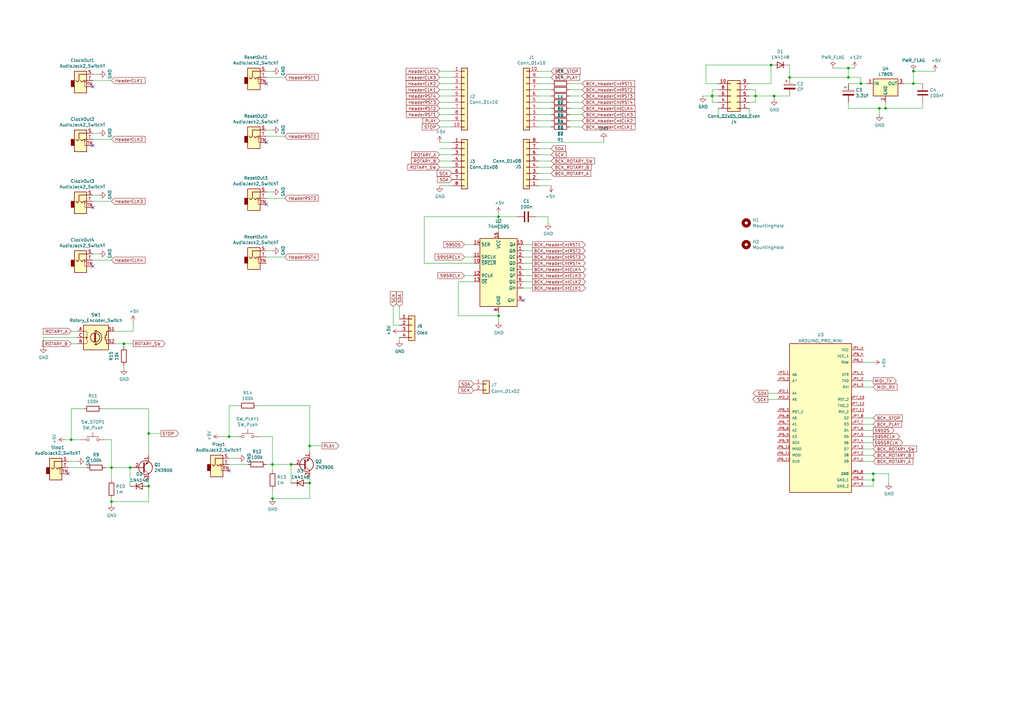
<source format=kicad_sch>
(kicad_sch (version 20211123) (generator eeschema)
  (paper "A3")
  (title_block (title "LittleBen") (date "2022-01-05") (rev "Rev 0.1") (company "www.Quinie.nl"))
  (lib_symbols
    (symbol "74xx:74HC595"
      (property "Reference" "U" (at -7.62 13.97 0))
      (property "Value" "74HC595" (at -7.62 -16.51 0))
      (symbol "74HC595_1_0"
        (pin tri_state line (at 10.16 7.62 180) (length 2.54) (name "QB") (number "1"))
        (pin input line (at -10.16 2.54 0) (length 2.54) (name "~{SRCLR}") (number "10"))
        (pin input line (at -10.16 5.08 0) (length 2.54) (name "SRCLK") (number "11"))
        (pin input line (at -10.16 -2.54 0) (length 2.54) (name "RCLK") (number "12"))
        (pin input line (at -10.16 -5.08 0) (length 2.54) (name "~{OE}") (number "13"))
        (pin input line (at -10.16 10.16 0) (length 2.54) (name "SER") (number "14"))
        (pin tri_state line (at 10.16 10.16 180) (length 2.54) (name "QA") (number "15"))
        (pin power_in line (at 0 15.24 270) (length 2.54) (name "VCC") (number "16"))
        (pin tri_state line (at 10.16 5.08 180) (length 2.54) (name "QC") (number "2"))
        (pin tri_state line (at 10.16 2.54 180) (length 2.54) (name "QD") (number "3"))
        (pin tri_state line (at 10.16 0 180) (length 2.54) (name "QE") (number "4"))
        (pin tri_state line (at 10.16 -2.54 180) (length 2.54) (name "QF") (number "5"))
        (pin tri_state line (at 10.16 -5.08 180) (length 2.54) (name "QG") (number "6"))
        (pin tri_state line (at 10.16 -7.62 180) (length 2.54) (name "QH") (number "7"))
        (pin power_in line (at 0 -17.78 90) (length 2.54) (name "GND") (number "8"))
        (pin output line (at 10.16 -12.7 180) (length 2.54) (name "QH'") (number "9"))
      )
    )
    (symbol "ArduinoProMini:ARDUINO_PRO_MINI" (pin_names (offset 1.016))
      (property "Reference" "U" (at -12.7 31.75 0))
      (property "Value" "ARDUINO_PRO_MINI" (at -12.7 -33.02 0))
      (symbol "ARDUINO_PRO_MINI_0_0"
        (pin input line (at 17.78 17.78 180) (length 5.08) (name "DTR") (number "JP1_1"))
        (pin bidirectional line (at 17.78 15.24 180) (length 5.08) (name "TXO") (number "JP1_2"))
        (pin bidirectional line (at 17.78 12.7 180) (length 5.08) (name "RXI") (number "JP1_3"))
        (pin power_in line (at 17.78 27.94 180) (length 5.08) (name "VCC") (number "JP1_4"))
        (pin power_in line (at 17.78 -22.86 180) (length 5.08) (name "GND") (number "JP1_5"))
        (pin power_in line (at 17.78 -22.86 180) (length 5.08) (name "GND") (number "JP1_6"))
        (pin bidirectional line (at -17.78 10.16 0) (length 5.08) (name "A4") (number "JP2_1"))
        (pin bidirectional line (at -17.78 7.62 0) (length 5.08) (name "A5") (number "JP2_2"))
        (pin input line (at -17.78 17.78 0) (length 5.08) (name "A6") (number "JP3_1"))
        (pin input line (at -17.78 15.24 0) (length 5.08) (name "A7") (number "JP3_2"))
        (pin power_in line (at 17.78 22.86 180) (length 5.08) (name "RAW") (number "JP6_1"))
        (pin bidirectional line (at -17.78 -12.7 0) (length 5.08) (name "MISO") (number "JP6_10"))
        (pin bidirectional line (at -17.78 -15.24 0) (length 5.08) (name "MOSI") (number "JP6_11"))
        (pin bidirectional line (at -17.78 -17.78 0) (length 5.08) (name "D10") (number "JP6_12"))
        (pin power_in line (at 17.78 -25.4 180) (length 5.08) (name "GND_1") (number "JP6_2"))
        (pin input line (at -17.78 2.54 0) (length 5.08) (name "RST_1") (number "JP6_3"))
        (pin power_in line (at 17.78 25.4 180) (length 5.08) (name "VCC_1") (number "JP6_4"))
        (pin bidirectional line (at -17.78 -7.62 0) (length 5.08) (name "A3") (number "JP6_5"))
        (pin bidirectional line (at -17.78 -5.08 0) (length 5.08) (name "A2") (number "JP6_6"))
        (pin bidirectional line (at -17.78 -2.54 0) (length 5.08) (name "A1") (number "JP6_7"))
        (pin bidirectional line (at -17.78 0 0) (length 5.08) (name "A0") (number "JP6_8"))
        (pin bidirectional line (at -17.78 -10.16 0) (length 5.08) (name "SCK") (number "JP6_9"))
        (pin bidirectional line (at 17.78 -17.78 180) (length 5.08) (name "D9") (number "JP7_1"))
        (pin input line (at 17.78 7.62 180) (length 5.08) (name "RST_2") (number "JP7_10"))
        (pin bidirectional line (at 17.78 2.54 180) (length 5.08) (name "RXI_2") (number "JP7_11"))
        (pin bidirectional line (at 17.78 5.08 180) (length 5.08) (name "TXO_2") (number "JP7_12"))
        (pin bidirectional line (at 17.78 -15.24 180) (length 5.08) (name "D8") (number "JP7_2"))
        (pin bidirectional line (at 17.78 -12.7 180) (length 5.08) (name "D7") (number "JP7_3"))
        (pin bidirectional line (at 17.78 -10.16 180) (length 5.08) (name "D6") (number "JP7_4"))
        (pin bidirectional line (at 17.78 -7.62 180) (length 5.08) (name "D5") (number "JP7_5"))
        (pin bidirectional line (at 17.78 -5.08 180) (length 5.08) (name "D4") (number "JP7_6"))
        (pin bidirectional line (at 17.78 -2.54 180) (length 5.08) (name "D3") (number "JP7_7"))
        (pin bidirectional line (at 17.78 0 180) (length 5.08) (name "D2") (number "JP7_8"))
        (pin power_in line (at 17.78 -27.94 180) (length 5.08) (name "GND_2") (number "JP7_9"))
      )
    )
    (symbol "Connector:AudioJack2_SwitchT"
      (property "Reference" "J" (at 0 8.89 0))
      (property "Value" "AudioJack2_SwitchT" (at 0 6.35 0))
      (symbol "AudioJack2_SwitchT_1_1"
        (pin passive line (at 5.08 2.54 180) (length 2.54) (name "~") (number "S"))
        (pin passive line (at 5.08 0 180) (length 2.54) (name "~") (number "T"))
        (pin passive line (at 5.08 -2.54 180) (length 2.54) (name "~") (number "TN"))
      )
    )
    (symbol "Connector_Generic:Conn_01x02" (pin_names (offset 1.016) hide)
      (property "Reference" "J" (at 0 2.54 0))
      (property "Value" "Conn_01x02" (at 0 -5.08 0))
      (symbol "Conn_01x02_1_1"
        (pin passive line (at -5.08 0 0) (length 3.81) (name "Pin_1") (number "1"))
        (pin passive line (at -5.08 -2.54 0) (length 3.81) (name "Pin_2") (number "2"))
      )
    )
    (symbol "Connector_Generic:Conn_01x04" (pin_names (offset 1.016) hide)
      (property "Reference" "J" (at 0 5.08 0))
      (property "Value" "Conn_01x04" (at 0 -7.62 0))
      (symbol "Conn_01x04_1_1"
        (pin passive line (at -5.08 2.54 0) (length 3.81) (name "Pin_1") (number "1"))
        (pin passive line (at -5.08 0 0) (length 3.81) (name "Pin_2") (number "2"))
        (pin passive line (at -5.08 -2.54 0) (length 3.81) (name "Pin_3") (number "3"))
        (pin passive line (at -5.08 -5.08 0) (length 3.81) (name "Pin_4") (number "4"))
      )
    )
    (symbol "Connector_Generic:Conn_01x08" (pin_names (offset 1.016) hide)
      (property "Reference" "J" (at 0 10.16 0))
      (property "Value" "Conn_01x08" (at 0 -12.7 0))
      (symbol "Conn_01x08_1_1"
        (pin passive line (at -5.08 7.62 0) (length 3.81) (name "Pin_1") (number "1"))
        (pin passive line (at -5.08 5.08 0) (length 3.81) (name "Pin_2") (number "2"))
        (pin passive line (at -5.08 2.54 0) (length 3.81) (name "Pin_3") (number "3"))
        (pin passive line (at -5.08 0 0) (length 3.81) (name "Pin_4") (number "4"))
        (pin passive line (at -5.08 -2.54 0) (length 3.81) (name "Pin_5") (number "5"))
        (pin passive line (at -5.08 -5.08 0) (length 3.81) (name "Pin_6") (number "6"))
        (pin passive line (at -5.08 -7.62 0) (length 3.81) (name "Pin_7") (number "7"))
        (pin passive line (at -5.08 -10.16 0) (length 3.81) (name "Pin_8") (number "8"))
      )
    )
    (symbol "Connector_Generic:Conn_01x10" (pin_names (offset 1.016) hide)
      (property "Reference" "J" (at 0 12.7 0))
      (property "Value" "Conn_01x10" (at 0 -15.24 0))
      (symbol "Conn_01x10_1_1"
        (pin passive line (at -5.08 10.16 0) (length 3.81) (name "Pin_1") (number "1"))
        (pin passive line (at -5.08 -12.7 0) (length 3.81) (name "Pin_10") (number "10"))
        (pin passive line (at -5.08 7.62 0) (length 3.81) (name "Pin_2") (number "2"))
        (pin passive line (at -5.08 5.08 0) (length 3.81) (name "Pin_3") (number "3"))
        (pin passive line (at -5.08 2.54 0) (length 3.81) (name "Pin_4") (number "4"))
        (pin passive line (at -5.08 0 0) (length 3.81) (name "Pin_5") (number "5"))
        (pin passive line (at -5.08 -2.54 0) (length 3.81) (name "Pin_6") (number "6"))
        (pin passive line (at -5.08 -5.08 0) (length 3.81) (name "Pin_7") (number "7"))
        (pin passive line (at -5.08 -7.62 0) (length 3.81) (name "Pin_8") (number "8"))
        (pin passive line (at -5.08 -10.16 0) (length 3.81) (name "Pin_9") (number "9"))
      )
    )
    (symbol "Connector_Generic:Conn_02x05_Odd_Even" (pin_names (offset 1.016) hide)
      (property "Reference" "J" (at 1.27 7.62 0))
      (property "Value" "Conn_02x05_Odd_Even" (at 1.27 -7.62 0))
      (symbol "Conn_02x05_Odd_Even_1_1"
        (pin passive line (at -5.08 5.08 0) (length 3.81) (name "Pin_1") (number "1"))
        (pin passive line (at 7.62 -5.08 180) (length 3.81) (name "Pin_10") (number "10"))
        (pin passive line (at 7.62 5.08 180) (length 3.81) (name "Pin_2") (number "2"))
        (pin passive line (at -5.08 2.54 0) (length 3.81) (name "Pin_3") (number "3"))
        (pin passive line (at 7.62 2.54 180) (length 3.81) (name "Pin_4") (number "4"))
        (pin passive line (at -5.08 0 0) (length 3.81) (name "Pin_5") (number "5"))
        (pin passive line (at 7.62 0 180) (length 3.81) (name "Pin_6") (number "6"))
        (pin passive line (at -5.08 -2.54 0) (length 3.81) (name "Pin_7") (number "7"))
        (pin passive line (at 7.62 -2.54 180) (length 3.81) (name "Pin_8") (number "8"))
        (pin passive line (at -5.08 -5.08 0) (length 3.81) (name "Pin_9") (number "9"))
      )
    )
    (symbol "Device:C" (pin_numbers hide) (pin_names (offset 0.254))
      (property "Reference" "C" (at 0.635 2.54 0))
      (property "Value" "C" (at 0.635 -2.54 0))
      (symbol "C_1_1"
        (pin passive line (at 0 3.81 270) (length 2.794) (name "~") (number "1"))
        (pin passive line (at 0 -3.81 90) (length 2.794) (name "~") (number "2"))
      )
    )
    (symbol "Device:CP" (pin_numbers hide) (pin_names (offset 0.254))
      (property "Reference" "C" (at 0.635 2.54 0))
      (property "Value" "Device_CP" (at 0.635 -2.54 0))
      (symbol "CP_1_1"
        (pin passive line (at 0 3.81 270) (length 2.794) (name "~") (number "1"))
        (pin passive line (at 0 -3.81 90) (length 2.794) (name "~") (number "2"))
      )
    )
    (symbol "Device:R" (pin_numbers hide) (pin_names (offset 0))
      (property "Reference" "R" (at 2.032 0 90))
      (property "Value" "R" (at 0 0 90))
      (symbol "R_1_1"
        (pin passive line (at 0 3.81 270) (length 1.27) (name "~") (number "1"))
        (pin passive line (at 0 -3.81 90) (length 1.27) (name "~") (number "2"))
      )
    )
    (symbol "Device:Rotary_Encoder_Switch" (pin_names (offset 0.254) hide)
      (property "Reference" "SW" (at 0 6.604 0))
      (property "Value" "Device_Rotary_Encoder_Switch" (at 0 -6.604 0))
      (symbol "Rotary_Encoder_Switch_1_1"
        (pin passive line (at -7.62 2.54 0) (length 2.54) (name "A") (number "A"))
        (pin passive line (at -7.62 -2.54 0) (length 2.54) (name "B") (number "B"))
        (pin passive line (at -7.62 0 0) (length 2.54) (name "C") (number "C"))
        (pin passive line (at 7.62 2.54 180) (length 2.54) (name "S1") (number "S1"))
        (pin passive line (at 7.62 -2.54 180) (length 2.54) (name "S2") (number "S2"))
      )
    )
    (symbol "Diode:1N4148" (pin_numbers hide) (pin_names (offset 1.016) hide)
      (property "Reference" "D" (at 0 2.54 0))
      (property "Value" "1N4148" (at 0 -2.54 0))
      (symbol "1N4148_1_1"
        (pin passive line (at -3.81 0 0) (length 2.54) (name "K") (number "1"))
        (pin passive line (at 3.81 0 180) (length 2.54) (name "A") (number "2"))
      )
    )
    (symbol "Mechanical:MountingHole" (pin_names (offset 1.016))
      (property "Reference" "H" (at 0 5.08 0))
      (property "Value" "MountingHole" (at 0 3.175 0))
    )
    (symbol "Regulator_Linear:L7805" (pin_names (offset 0.254))
      (property "Reference" "U" (at -3.81 3.175 0))
      (property "Value" "L7805" (at 0 3.175 0))
      (symbol "L7805_1_1"
        (pin power_in line (at -7.62 0 0) (length 2.54) (name "IN") (number "1"))
        (pin power_in line (at 0 -7.62 90) (length 2.54) (name "GND") (number "2"))
        (pin power_out line (at 7.62 0 180) (length 2.54) (name "OUT") (number "3"))
      )
    )
    (symbol "Switch:SW_Push" (pin_numbers hide) (pin_names (offset 1.016) hide)
      (property "Reference" "SW" (at 1.27 2.54 0))
      (property "Value" "SW_Push" (at 0 -1.524 0))
      (symbol "SW_Push_0_1"
        (pin passive line (at -5.08 0 0) (length 2.54) (name "1") (number "1"))
        (pin passive line (at 5.08 0 180) (length 2.54) (name "2") (number "2"))
      )
    )
    (symbol "Transistor_BJT:2N3906" (pin_names (offset 0) hide)
      (property "Reference" "Q" (at 5.08 1.905 0))
      (property "Value" "2N3906" (at 5.08 0 0))
      (symbol "2N3906_1_1"
        (pin passive line (at 2.54 -5.08 90) (length 2.54) (name "E") (number "1"))
        (pin input line (at -5.08 0 0) (length 5.715) (name "B") (number "2"))
        (pin passive line (at 2.54 5.08 270) (length 2.54) (name "C") (number "3"))
      )
    )
    (symbol "power:+12V" (power) (pin_names (offset 0))
      (property "Value" "+12V" (at 0 3.556 0))
      (symbol "+12V_1_1"
        (pin power_in line (at 0 0 90) (length 0) hide (name "+12V") (number "1"))
      )
    )
    (symbol "power:+5V" (power) (pin_names (offset 0))
      (property "Value" "+5V" (at 0 3.556 0))
      (symbol "+5V_1_1"
        (pin power_in line (at 0 0 90) (length 0) hide (name "+5V") (number "1"))
      )
    )
    (symbol "power:GND" (power) (pin_names (offset 0))
      (property "Value" "GND" (at 0 -3.81 0))
      (symbol "GND_1_1"
        (pin power_in line (at 0 0 270) (length 0) hide (name "GND") (number "1"))
      )
    )
    (symbol "power:PWR_FLAG" (power) (pin_numbers hide) (pin_names (offset 0) hide)
      (property "Value" "PWR_FLAG" (at 0 3.81 0))
      (symbol "PWR_FLAG_0_0"
        (pin power_out line (at 0 0 90) (length 0) (name "pwr") (number "1"))
      )
    )
  )
  (junction (at 60.96 199.39))
  (junction (at 358.14 194.31))
  (junction (at 363.22 44.45))
  (junction (at 323.85 31.75))
  (junction (at 111.76 204.47))
  (junction (at 60.96 177.8))
  (junction (at 358.14 196.85))
  (junction (at 347.98 31.75))
  (junction (at 127 198.12))
  (junction (at 309.88 39.37))
  (junction (at 292.1 39.37))
  (junction (at 45.72 205.74))
  (junction (at 127 182.88))
  (junction (at 316.23 26.67))
  (junction (at 53.34 191.77))
  (junction (at 374.65 34.29))
  (junction (at 374.65 29.21))
  (junction (at 29.21 180.34))
  (junction (at 45.72 191.77))
  (junction (at 204.47 88.9))
  (junction (at 360.68 44.45))
  (junction (at 204.47 129.54))
  (junction (at 93.98 179.07))
  (junction (at 50.8 140.97))
  (junction (at 119.38 190.5))
  (junction (at 353.06 34.29))
  (junction (at 317.5 39.37))
  (junction (at 111.76 190.5))
  (junction (at 347.98 27.94))
  (no_connect (at 38.1 85.09))
  (no_connect (at 27.94 194.31))
  (no_connect (at 109.22 58.42))
  (no_connect (at 38.1 109.22))
  (no_connect (at 93.98 193.04))
  (no_connect (at 38.1 35.56))
  (no_connect (at 109.22 34.29))
  (no_connect (at 214.63 123.19))
  (no_connect (at 38.1 59.69))
  (no_connect (at 109.22 83.82))
  (wire (pts (xy 220.98 58.42) (xy 247.65 58.42)))
  (wire (pts (xy 220.98 36.83) (xy 226.06 36.83)))
  (wire (pts (xy 309.88 36.83) (xy 309.88 39.37)))
  (wire (pts (xy 38.1 80.01) (xy 40.64 80.01)))
  (wire (pts (xy 358.14 189.23) (xy 354.33 189.23)))
  (wire (pts (xy 185.42 31.75) (xy 180.34 31.75)))
  (wire (pts (xy 161.29 133.35) (xy 161.29 125.73)))
  (wire (pts (xy 233.68 34.29) (xy 238.76 34.29)))
  (wire (pts (xy 194.31 113.03) (xy 190.5 113.03)))
  (wire (pts (xy 60.96 205.74) (xy 60.96 199.39)))
  (wire (pts (xy 109.22 190.5) (xy 111.76 190.5)))
  (wire (pts (xy 323.85 31.75) (xy 347.98 31.75)))
  (wire (pts (xy 54.61 135.89) (xy 54.61 132.08)))
  (wire (pts (xy 219.71 88.9) (xy 224.79 88.9)))
  (wire (pts (xy 38.1 106.68) (xy 45.72 106.68)))
  (wire (pts (xy 289.56 26.67) (xy 316.23 26.67)))
  (wire (pts (xy 347.98 44.45) (xy 360.68 44.45)))
  (wire (pts (xy 309.88 39.37) (xy 317.5 39.37)))
  (wire (pts (xy 358.14 173.99) (xy 354.33 173.99)))
  (wire (pts (xy 29.21 180.34) (xy 29.21 167.64)))
  (wire (pts (xy 204.47 88.9) (xy 212.09 88.9)))
  (wire (pts (xy 38.1 54.61) (xy 40.64 54.61)))
  (wire (pts (xy 109.22 78.74) (xy 111.76 78.74)))
  (wire (pts (xy 289.56 34.29) (xy 289.56 26.67)))
  (wire (pts (xy 292.1 39.37) (xy 294.64 39.37)))
  (wire (pts (xy 194.31 107.95) (xy 173.99 107.95)))
  (wire (pts (xy 294.64 36.83) (xy 292.1 36.83)))
  (wire (pts (xy 358.14 196.85) (xy 358.14 199.39)))
  (wire (pts (xy 317.5 39.37) (xy 317.5 40.64)))
  (wire (pts (xy 341.63 27.94) (xy 347.98 27.94)))
  (wire (pts (xy 60.96 167.64) (xy 60.96 177.8)))
  (wire (pts (xy 53.34 191.77) (xy 53.34 199.39)))
  (wire (pts (xy 220.98 66.04) (xy 226.06 66.04)))
  (wire (pts (xy 106.68 179.07) (xy 111.76 179.07)))
  (wire (pts (xy 294.64 34.29) (xy 289.56 34.29)))
  (wire (pts (xy 185.42 46.99) (xy 180.34 46.99)))
  (wire (pts (xy 163.83 139.7) (xy 163.83 138.43)))
  (wire (pts (xy 358.14 179.07) (xy 354.33 179.07)))
  (wire (pts (xy 204.47 128.27) (xy 204.47 129.54)))
  (wire (pts (xy 127 166.37) (xy 127 182.88)))
  (wire (pts (xy 323.85 26.67) (xy 323.85 31.75)))
  (wire (pts (xy 204.47 88.9) (xy 204.47 87.63)))
  (wire (pts (xy 226.06 39.37) (xy 220.98 39.37)))
  (wire (pts (xy 214.63 105.41) (xy 218.44 105.41)))
  (wire (pts (xy 29.21 167.64) (xy 34.29 167.64)))
  (wire (pts (xy 220.98 71.12) (xy 226.06 71.12)))
  (wire (pts (xy 45.72 205.74) (xy 60.96 205.74)))
  (wire (pts (xy 347.98 31.75) (xy 347.98 27.94)))
  (wire (pts (xy 109.22 29.21) (xy 111.76 29.21)))
  (wire (pts (xy 220.98 46.99) (xy 226.06 46.99)))
  (wire (pts (xy 50.8 140.97) (xy 54.61 140.97)))
  (wire (pts (xy 358.14 181.61) (xy 354.33 181.61)))
  (wire (pts (xy 127 195.58) (xy 127 198.12)))
  (wire (pts (xy 226.06 44.45) (xy 220.98 44.45)))
  (wire (pts (xy 226.06 34.29) (xy 220.98 34.29)))
  (wire (pts (xy 127 182.88) (xy 132.08 182.88)))
  (wire (pts (xy 29.21 180.34) (xy 33.02 180.34)))
  (wire (pts (xy 93.98 187.96) (xy 97.79 187.96)))
  (wire (pts (xy 238.76 46.99) (xy 233.68 46.99)))
  (wire (pts (xy 109.22 105.41) (xy 116.84 105.41)))
  (wire (pts (xy 185.42 52.07) (xy 180.34 52.07)))
  (wire (pts (xy 309.88 39.37) (xy 309.88 41.91)))
  (wire (pts (xy 218.44 118.11) (xy 214.63 118.11)))
  (wire (pts (xy 347.98 27.94) (xy 350.52 27.94)))
  (wire (pts (xy 27.94 191.77) (xy 35.56 191.77)))
  (wire (pts (xy 90.17 179.07) (xy 93.98 179.07)))
  (wire (pts (xy 307.34 34.29) (xy 316.23 34.29)))
  (wire (pts (xy 194.31 100.33) (xy 190.5 100.33)))
  (wire (pts (xy 17.78 138.43) (xy 31.75 138.43)))
  (wire (pts (xy 358.14 184.15) (xy 354.33 184.15)))
  (wire (pts (xy 204.47 95.25) (xy 204.47 88.9)))
  (wire (pts (xy 111.76 204.47) (xy 111.76 200.66)))
  (wire (pts (xy 358.14 156.21) (xy 354.33 156.21)))
  (wire (pts (xy 224.79 88.9) (xy 224.79 91.44)))
  (wire (pts (xy 233.68 49.53) (xy 238.76 49.53)))
  (wire (pts (xy 194.31 115.57) (xy 187.96 115.57)))
  (wire (pts (xy 50.8 149.86) (xy 50.8 151.13)))
  (wire (pts (xy 45.72 205.74) (xy 45.72 207.01)))
  (wire (pts (xy 45.72 204.47) (xy 45.72 205.74)))
  (wire (pts (xy 238.76 52.07) (xy 233.68 52.07)))
  (wire (pts (xy 294.64 44.45) (xy 294.64 48.26)))
  (wire (pts (xy 292.1 36.83) (xy 292.1 39.37)))
  (wire (pts (xy 173.99 107.95) (xy 173.99 88.9)))
  (wire (pts (xy 370.84 34.29) (xy 374.65 34.29)))
  (wire (pts (xy 220.98 49.53) (xy 226.06 49.53)))
  (wire (pts (xy 180.34 39.37) (xy 185.42 39.37)))
  (wire (pts (xy 358.14 171.45) (xy 354.33 171.45)))
  (wire (pts (xy 185.42 49.53) (xy 180.34 49.53)))
  (wire (pts (xy 163.83 125.73) (xy 163.83 130.81)))
  (wire (pts (xy 60.96 199.39) (xy 60.96 196.85)))
  (wire (pts (xy 127 182.88) (xy 127 185.42)))
  (wire (pts (xy 226.06 52.07) (xy 220.98 52.07)))
  (wire (pts (xy 173.99 88.9) (xy 204.47 88.9)))
  (wire (pts (xy 307.34 48.26) (xy 307.34 44.45)))
  (wire (pts (xy 294.64 41.91) (xy 292.1 41.91)))
  (wire (pts (xy 111.76 204.47) (xy 127 204.47)))
  (wire (pts (xy 60.96 177.8) (xy 66.04 177.8)))
  (wire (pts (xy 163.83 133.35) (xy 161.29 133.35)))
  (wire (pts (xy 29.21 135.89) (xy 31.75 135.89)))
  (wire (pts (xy 374.65 34.29) (xy 378.46 34.29)))
  (wire (pts (xy 358.14 194.31) (xy 358.14 196.85)))
  (wire (pts (xy 354.33 196.85) (xy 358.14 196.85)))
  (wire (pts (xy 378.46 44.45) (xy 363.22 44.45)))
  (wire (pts (xy 309.88 41.91) (xy 307.34 41.91)))
  (wire (pts (xy 218.44 113.03) (xy 214.63 113.03)))
  (wire (pts (xy 220.98 76.2) (xy 226.06 76.2)))
  (wire (pts (xy 185.42 63.5) (xy 180.34 63.5)))
  (wire (pts (xy 226.06 63.5) (xy 220.98 63.5)))
  (wire (pts (xy 111.76 179.07) (xy 111.76 190.5)))
  (wire (pts (xy 27.94 189.23) (xy 31.75 189.23)))
  (wire (pts (xy 233.68 44.45) (xy 238.76 44.45)))
  (wire (pts (xy 360.68 44.45) (xy 360.68 46.99)))
  (wire (pts (xy 378.46 41.91) (xy 378.46 44.45)))
  (wire (pts (xy 109.22 81.28) (xy 116.84 81.28)))
  (wire (pts (xy 105.41 166.37) (xy 127 166.37)))
  (wire (pts (xy 194.31 105.41) (xy 190.5 105.41)))
  (wire (pts (xy 119.38 190.5) (xy 111.76 190.5)))
  (wire (pts (xy 307.34 36.83) (xy 309.88 36.83)))
  (wire (pts (xy 38.1 82.55) (xy 45.72 82.55)))
  (wire (pts (xy 46.99 140.97) (xy 50.8 140.97)))
  (wire (pts (xy 111.76 190.5) (xy 111.76 193.04)))
  (wire (pts (xy 109.22 31.75) (xy 116.84 31.75)))
  (wire (pts (xy 185.42 36.83) (xy 180.34 36.83)))
  (wire (pts (xy 31.75 140.97) (xy 29.21 140.97)))
  (wire (pts (xy 17.78 138.43) (xy 17.78 142.24)))
  (wire (pts (xy 38.1 57.15) (xy 45.72 57.15)))
  (wire (pts (xy 358.14 194.31) (xy 364.49 194.31)))
  (wire (pts (xy 26.67 180.34) (xy 29.21 180.34)))
  (wire (pts (xy 180.34 34.29) (xy 185.42 34.29)))
  (wire (pts (xy 347.98 41.91) (xy 347.98 44.45)))
  (wire (pts (xy 292.1 39.37) (xy 288.29 39.37)))
  (wire (pts (xy 93.98 166.37) (xy 97.79 166.37)))
  (wire (pts (xy 220.98 29.21) (xy 226.06 29.21)))
  (wire (pts (xy 185.42 58.42) (xy 180.34 58.42)))
  (wire (pts (xy 358.14 186.69) (xy 354.33 186.69)))
  (wire (pts (xy 314.96 163.83) (xy 318.77 163.83)))
  (wire (pts (xy 45.72 191.77) (xy 45.72 196.85)))
  (wire (pts (xy 180.34 60.96) (xy 185.42 60.96)))
  (wire (pts (xy 46.99 135.89) (xy 54.61 135.89)))
  (wire (pts (xy 317.5 39.37) (xy 323.85 39.37)))
  (wire (pts (xy 358.14 176.53) (xy 354.33 176.53)))
  (wire (pts (xy 93.98 179.07) (xy 93.98 166.37)))
  (wire (pts (xy 374.65 34.29) (xy 374.65 29.21)))
  (wire (pts (xy 354.33 199.39) (xy 358.14 199.39)))
  (wire (pts (xy 60.96 177.8) (xy 60.96 186.69)))
  (wire (pts (xy 185.42 66.04) (xy 180.34 66.04)))
  (wire (pts (xy 180.34 44.45) (xy 185.42 44.45)))
  (wire (pts (xy 50.8 142.24) (xy 50.8 140.97)))
  (wire (pts (xy 41.91 167.64) (xy 60.96 167.64)))
  (wire (pts (xy 119.38 190.5) (xy 119.38 198.12)))
  (wire (pts (xy 214.63 110.49) (xy 218.44 110.49)))
  (wire (pts (xy 109.22 102.87) (xy 111.76 102.87)))
  (wire (pts (xy 93.98 190.5) (xy 101.6 190.5)))
  (wire (pts (xy 220.98 31.75) (xy 226.06 31.75)))
  (wire (pts (xy 358.14 158.75) (xy 354.33 158.75)))
  (wire (pts (xy 204.47 129.54) (xy 204.47 132.08)))
  (wire (pts (xy 292.1 41.91) (xy 292.1 39.37)))
  (wire (pts (xy 109.22 53.34) (xy 111.76 53.34)))
  (wire (pts (xy 314.96 161.29) (xy 318.77 161.29)))
  (wire (pts (xy 109.22 55.88) (xy 116.84 55.88)))
  (wire (pts (xy 294.64 48.26) (xy 307.34 48.26)))
  (wire (pts (xy 218.44 102.87) (xy 214.63 102.87)))
  (wire (pts (xy 220.98 41.91) (xy 226.06 41.91)))
  (wire (pts (xy 214.63 115.57) (xy 218.44 115.57)))
  (wire (pts (xy 180.34 29.21) (xy 185.42 29.21)))
  (wire (pts (xy 353.06 31.75) (xy 353.06 34.29)))
  (wire (pts (xy 214.63 100.33) (xy 218.44 100.33)))
  (wire (pts (xy 220.98 68.58) (xy 226.06 68.58)))
  (wire (pts (xy 226.06 73.66) (xy 220.98 73.66)))
  (wire (pts (xy 38.1 30.48) (xy 40.64 30.48)))
  (wire (pts (xy 238.76 41.91) (xy 233.68 41.91)))
  (wire (pts (xy 358.14 148.59) (xy 354.33 148.59)))
  (wire (pts (xy 45.72 180.34) (xy 45.72 191.77)))
  (wire (pts (xy 353.06 34.29) (xy 355.6 34.29)))
  (wire (pts (xy 43.18 180.34) (xy 45.72 180.34)))
  (wire (pts (xy 364.49 194.31) (xy 364.49 198.12)))
  (wire (pts (xy 238.76 36.83) (xy 233.68 36.83)))
  (wire (pts (xy 226.06 60.96) (xy 220.98 60.96)))
  (wire (pts (xy 218.44 107.95) (xy 214.63 107.95)))
  (wire (pts (xy 185.42 68.58) (xy 180.34 68.58)))
  (wire (pts (xy 38.1 104.14) (xy 40.64 104.14)))
  (wire (pts (xy 347.98 34.29) (xy 353.06 34.29)))
  (wire (pts (xy 247.65 58.42) (xy 247.65 57.15)))
  (wire (pts (xy 354.33 194.31) (xy 358.14 194.31)))
  (wire (pts (xy 363.22 44.45) (xy 363.22 41.91)))
  (wire (pts (xy 38.1 33.02) (xy 45.72 33.02)))
  (wire (pts (xy 360.68 44.45) (xy 363.22 44.45)))
  (wire (pts (xy 187.96 129.54) (xy 204.47 129.54)))
  (wire (pts (xy 45.72 191.77) (xy 53.34 191.77)))
  (wire (pts (xy 347.98 31.75) (xy 353.06 31.75)))
  (wire (pts (xy 187.96 115.57) (xy 187.96 129.54)))
  (wire (pts (xy 233.68 39.37) (xy 238.76 39.37)))
  (wire (pts (xy 127 198.12) (xy 127 204.47)))
  (wire (pts (xy 316.23 26.67) (xy 316.23 34.29)))
  (wire (pts (xy 185.42 41.91) (xy 180.34 41.91)))
  (wire (pts (xy 180.34 76.2) (xy 185.42 76.2)))
  (wire (pts (xy 45.72 191.77) (xy 43.18 191.77)))
  (wire (pts (xy 93.98 179.07) (xy 96.52 179.07)))
  (wire (pts (xy 309.88 39.37) (xy 307.34 39.37)))
  (wire (pts (xy 374.65 29.21) (xy 383.54 29.21)))
  (global_label "HeaderCLK2" (shape input) (at 45.72 57.15 0) (property "Intersheet References" "${INTERSHEET_REFS}" (effects hide)))
  (global_label "MIDI_TX" (shape output) (at 358.14 156.21 0) (property "Intersheet References" "${INTERSHEET_REFS}" (effects hide)))
  (global_label "BCK_STOP" (shape input) (at 358.14 171.45 0) (property "Intersheet References" "${INTERSHEET_REFS}" (effects hide)))
  (global_label "SCK" (shape input) (at 185.42 71.12 180) (property "Intersheet References" "${INTERSHEET_REFS}" (effects hide)))
  (global_label "595RCLK" (shape input) (at 190.5 113.03 180) (property "Intersheet References" "${INTERSHEET_REFS}" (effects hide)))
  (global_label "BCK_HeaderCntRST3" (shape output) (at 218.44 105.41 0) (property "Intersheet References" "${INTERSHEET_REFS}" (effects hide)))
  (global_label "SCK" (shape input) (at 161.29 125.73 90) (property "Intersheet References" "${INTERSHEET_REFS}" (effects hide)))
  (global_label "SCK" (shape input) (at 226.06 63.5 0) (property "Intersheet References" "${INTERSHEET_REFS}" (effects hide)))
  (global_label "ROTARY_A" (shape input) (at 180.34 63.5 180) (property "Intersheet References" "${INTERSHEET_REFS}" (effects hide)))
  (global_label "STOP" (shape input) (at 180.34 52.07 180) (property "Intersheet References" "${INTERSHEET_REFS}" (effects hide)))
  (global_label "BCK_HeaderCntCLK4" (shape output) (at 218.44 110.49 0) (property "Intersheet References" "${INTERSHEET_REFS}" (effects hide)))
  (global_label "BCK_HeaderCntCLK3" (shape output) (at 218.44 113.03 0) (property "Intersheet References" "${INTERSHEET_REFS}" (effects hide)))
  (global_label "HeaderCLK4" (shape input) (at 180.34 29.21 180) (property "Intersheet References" "${INTERSHEET_REFS}" (effects hide)))
  (global_label "HeaderCLK3" (shape input) (at 45.72 82.55 0) (property "Intersheet References" "${INTERSHEET_REFS}" (effects hide)))
  (global_label "HeaderCLK1" (shape input) (at 180.34 36.83 180) (property "Intersheet References" "${INTERSHEET_REFS}" (effects hide)))
  (global_label "HeaderRST1" (shape input) (at 180.34 46.99 180) (property "Intersheet References" "${INTERSHEET_REFS}" (effects hide)))
  (global_label "HeaderRST3" (shape input) (at 116.84 81.28 0) (property "Intersheet References" "${INTERSHEET_REFS}" (effects hide)))
  (global_label "HeaderRST1" (shape input) (at 116.84 31.75 0) (property "Intersheet References" "${INTERSHEET_REFS}" (effects hide)))
  (global_label "595RCLK" (shape output) (at 358.14 179.07 0) (property "Intersheet References" "${INTERSHEET_REFS}" (effects hide)))
  (global_label "BCK_ROTARY_A" (shape input) (at 358.14 189.23 0) (property "Intersheet References" "${INTERSHEET_REFS}" (effects hide)))
  (global_label "BCK_HeaderCntCLK4" (shape input) (at 238.76 44.45 0) (property "Intersheet References" "${INTERSHEET_REFS}" (effects hide)))
  (global_label "SDA" (shape input) (at 163.83 125.73 90) (property "Intersheet References" "${INTERSHEET_REFS}" (effects hide)))
  (global_label "SDA" (shape input) (at 226.06 60.96 0) (property "Intersheet References" "${INTERSHEET_REFS}" (effects hide)))
  (global_label "BCK_ROTARY_SW" (shape input) (at 226.06 66.04 0) (property "Intersheet References" "${INTERSHEET_REFS}" (effects hide)))
  (global_label "SCK" (shape input) (at 194.31 160.02 180) (property "Intersheet References" "${INTERSHEET_REFS}" (effects hide)))
  (global_label "BCK_ROTARY_B" (shape input) (at 358.14 186.69 0) (property "Intersheet References" "${INTERSHEET_REFS}" (effects hide)))
  (global_label "BCK_HeaderCntCLK1" (shape output) (at 218.44 118.11 0) (property "Intersheet References" "${INTERSHEET_REFS}" (effects hide)))
  (global_label "BCK_ROTARY_A" (shape input) (at 226.06 71.12 0) (property "Intersheet References" "${INTERSHEET_REFS}" (effects hide)))
  (global_label "BCK_HeaderCntRST2" (shape input) (at 238.76 36.83 0) (property "Intersheet References" "${INTERSHEET_REFS}" (effects hide)))
  (global_label "BCK_HeaderCntRST4" (shape output) (at 218.44 107.95 0) (property "Intersheet References" "${INTERSHEET_REFS}" (effects hide)))
  (global_label "BCK_ROTARY_SW" (shape input) (at 358.14 184.15 0) (property "Intersheet References" "${INTERSHEET_REFS}" (effects hide)))
  (global_label "BCK_STOP" (shape input) (at 226.06 29.21 0) (property "Intersheet References" "${INTERSHEET_REFS}" (effects hide)))
  (global_label "BCK_HeaderCntRST1" (shape input) (at 238.76 34.29 0) (property "Intersheet References" "${INTERSHEET_REFS}" (effects hide)))
  (global_label "PLAY" (shape input) (at 180.34 49.53 180) (property "Intersheet References" "${INTERSHEET_REFS}" (effects hide)))
  (global_label "BCK_HeaderCntCLK3" (shape input) (at 238.76 46.99 0) (property "Intersheet References" "${INTERSHEET_REFS}" (effects hide)))
  (global_label "HeaderCLK2" (shape input) (at 180.34 34.29 180) (property "Intersheet References" "${INTERSHEET_REFS}" (effects hide)))
  (global_label "BCK_HeaderCntCLK2" (shape input) (at 238.76 49.53 0) (property "Intersheet References" "${INTERSHEET_REFS}" (effects hide)))
  (global_label "STOP" (shape output) (at 66.04 177.8 0) (property "Intersheet References" "${INTERSHEET_REFS}" (effects hide)))
  (global_label "ROTARY_B" (shape input) (at 29.21 140.97 180) (property "Intersheet References" "${INTERSHEET_REFS}" (effects hide)))
  (global_label "BCK_HeaderCntCLK2" (shape output) (at 218.44 115.57 0) (property "Intersheet References" "${INTERSHEET_REFS}" (effects hide)))
  (global_label "BCK_HeaderCntRST2" (shape output) (at 218.44 102.87 0) (property "Intersheet References" "${INTERSHEET_REFS}" (effects hide)))
  (global_label "HeaderRST3" (shape input) (at 180.34 41.91 180) (property "Intersheet References" "${INTERSHEET_REFS}" (effects hide)))
  (global_label "595SRCLK" (shape input) (at 190.5 105.41 180) (property "Intersheet References" "${INTERSHEET_REFS}" (effects hide)))
  (global_label "SDA" (shape input) (at 194.31 157.48 180) (property "Intersheet References" "${INTERSHEET_REFS}" (effects hide)))
  (global_label "ROTARY_SW" (shape output) (at 54.61 140.97 0) (property "Intersheet References" "${INTERSHEET_REFS}" (effects hide)))
  (global_label "BCK_HeaderCntRST1" (shape output) (at 218.44 100.33 0) (property "Intersheet References" "${INTERSHEET_REFS}" (effects hide)))
  (global_label "BCK_HeaderCntCLK1" (shape input) (at 238.76 52.07 0) (property "Intersheet References" "${INTERSHEET_REFS}" (effects hide)))
  (global_label "PLAY" (shape output) (at 132.08 182.88 0) (property "Intersheet References" "${INTERSHEET_REFS}" (effects hide)))
  (global_label "SDA" (shape output) (at 314.96 161.29 180) (property "Intersheet References" "${INTERSHEET_REFS}" (effects hide)))
  (global_label "HeaderCLK3" (shape input) (at 180.34 31.75 180) (property "Intersheet References" "${INTERSHEET_REFS}" (effects hide)))
  (global_label "595SRCLK" (shape output) (at 358.14 181.61 0) (property "Intersheet References" "${INTERSHEET_REFS}" (effects hide)))
  (global_label "SDA" (shape input) (at 185.42 73.66 180) (property "Intersheet References" "${INTERSHEET_REFS}" (effects hide)))
  (global_label "HeaderCLK1" (shape input) (at 45.72 33.02 0) (property "Intersheet References" "${INTERSHEET_REFS}" (effects hide)))
  (global_label "ROTARY_SW" (shape input) (at 180.34 68.58 180) (property "Intersheet References" "${INTERSHEET_REFS}" (effects hide)))
  (global_label "BCK_PLAY" (shape input) (at 358.14 173.99 0) (property "Intersheet References" "${INTERSHEET_REFS}" (effects hide)))
  (global_label "HeaderRST2" (shape input) (at 180.34 44.45 180) (property "Intersheet References" "${INTERSHEET_REFS}" (effects hide)))
  (global_label "HeaderCLK4" (shape input) (at 45.72 106.68 0) (property "Intersheet References" "${INTERSHEET_REFS}" (effects hide)))
  (global_label "BCK_PLAY" (shape input) (at 226.06 31.75 0) (property "Intersheet References" "${INTERSHEET_REFS}" (effects hide)))
  (global_label "HeaderRST4" (shape input) (at 116.84 105.41 0) (property "Intersheet References" "${INTERSHEET_REFS}" (effects hide)))
  (global_label "BCK_HeaderCntRST3" (shape input) (at 238.76 39.37 0) (property "Intersheet References" "${INTERSHEET_REFS}" (effects hide)))
  (global_label "HeaderRST2" (shape input) (at 116.84 55.88 0) (property "Intersheet References" "${INTERSHEET_REFS}" (effects hide)))
  (global_label "ROTARY_B" (shape input) (at 180.34 66.04 180) (property "Intersheet References" "${INTERSHEET_REFS}" (effects hide)))
  (global_label "595DS" (shape output) (at 358.14 176.53 0) (property "Intersheet References" "${INTERSHEET_REFS}" (effects hide)))
  (global_label "ROTARY_A" (shape input) (at 29.21 135.89 180) (property "Intersheet References" "${INTERSHEET_REFS}" (effects hide)))
  (global_label "SCK" (shape output) (at 314.96 163.83 180) (property "Intersheet References" "${INTERSHEET_REFS}" (effects hide)))
  (global_label "MIDI_RX" (shape input) (at 358.14 158.75 0) (property "Intersheet References" "${INTERSHEET_REFS}" (effects hide)))
  (global_label "BCK_HeaderCntRST4" (shape input) (at 238.76 41.91 0) (property "Intersheet References" "${INTERSHEET_REFS}" (effects hide)))
  (global_label "595DS" (shape input) (at 190.5 100.33 180) (property "Intersheet References" "${INTERSHEET_REFS}" (effects hide)))
  (global_label "BCK_ROTARY_B" (shape input) (at 226.06 68.58 0) (property "Intersheet References" "${INTERSHEET_REFS}" (effects hide)))
  (global_label "HeaderRST4" (shape input) (at 180.34 39.37 180) (property "Intersheet References" "${INTERSHEET_REFS}" (effects hide)))
  (symbol (lib_id "Connector:AudioJack2_SwitchT") (at 33.02 33.02 0) (unit 1)
    (property "Reference" "ClockOut1" (at 33.8328 24.765 0))
    (property "Value" "AudioJack2_SwitchT" (at 33.8328 27.0764 0))
    (property "Footprint" "Connector_Audio:Jack_3.5mm_QingPu_WQP-PJ398SM_Vertical_CircularHoles" (effects hide))
  )
  (symbol (lib_id "Device:R") (at 229.87 52.07 90) (unit 1)
    (property "Reference" "R1" (at 229.87 57.3278 90))
    (property "Value" "1K" (at 229.87 55.0164 90))
    (property "Footprint" "Resistor_THT:R_Axial_DIN0207_L6.3mm_D2.5mm_P10.16mm_Horizontal" (effects hide))
  )
  (symbol (lib_id "Connector:AudioJack2_SwitchT") (at 33.02 57.15 0) (unit 1)
    (property "Reference" "ClockOut2" (at 33.8328 48.895 0))
    (property "Value" "AudioJack2_SwitchT" (at 33.8328 51.2064 0))
    (property "Footprint" "Connector_Audio:Jack_3.5mm_QingPu_WQP-PJ398SM_Vertical_CircularHoles" (effects hide))
  )
  (symbol (lib_id "Device:R") (at 229.87 49.53 90) (unit 1)
    (property "Reference" "R2" (at 229.87 54.7878 90))
    (property "Value" "1K" (at 229.87 52.4764 90))
    (property "Footprint" "Resistor_THT:R_Axial_DIN0207_L6.3mm_D2.5mm_P10.16mm_Horizontal" (effects hide))
  )
  (symbol (lib_id "Connector:AudioJack2_SwitchT") (at 33.02 82.55 0) (unit 1)
    (property "Reference" "ClockOut3" (at 33.8328 74.295 0))
    (property "Value" "AudioJack2_SwitchT" (at 33.8328 76.6064 0))
    (property "Footprint" "Connector_Audio:Jack_3.5mm_QingPu_WQP-PJ398SM_Vertical_CircularHoles" (effects hide))
  )
  (symbol (lib_id "Device:R") (at 229.87 46.99 90) (unit 1)
    (property "Reference" "R3" (at 229.87 52.2478 90))
    (property "Value" "1K" (at 229.87 49.9364 90))
    (property "Footprint" "Resistor_THT:R_Axial_DIN0207_L6.3mm_D2.5mm_P10.16mm_Horizontal" (effects hide))
  )
  (symbol (lib_id "Connector:AudioJack2_SwitchT") (at 33.02 106.68 0) (unit 1)
    (property "Reference" "ClockOut4" (at 33.8328 98.425 0))
    (property "Value" "AudioJack2_SwitchT" (at 33.8328 100.7364 0))
    (property "Footprint" "Connector_Audio:Jack_3.5mm_QingPu_WQP-PJ398SM_Vertical_CircularHoles" (effects hide))
  )
  (symbol (lib_id "Device:R") (at 229.87 44.45 90) (unit 1)
    (property "Reference" "R4" (at 229.87 49.7078 90))
    (property "Value" "1K" (at 229.87 47.3964 90))
    (property "Footprint" "Resistor_THT:R_Axial_DIN0207_L6.3mm_D2.5mm_P10.16mm_Horizontal" (effects hide))
  )
  (symbol (lib_id "power:GND") (at 40.64 104.14 90) (unit 1)
    (property "Reference" "#PWR0104" (effects hide))
    (property "Value" "GND" (at 45.0342 104.013 0))
  )
  (symbol (lib_id "Connector:AudioJack2_SwitchT") (at 104.14 31.75 0) (unit 1)
    (property "Reference" "ResetOut1" (at 104.9528 23.495 0))
    (property "Value" "AudioJack2_SwitchT" (at 104.9528 25.8064 0))
    (property "Footprint" "Connector_Audio:Jack_3.5mm_QingPu_WQP-PJ398SM_Vertical_CircularHoles" (effects hide))
  )
  (symbol (lib_id "Device:R") (at 229.87 41.91 90) (unit 1)
    (property "Reference" "R5" (at 229.87 47.1678 90))
    (property "Value" "1K" (at 229.87 44.8564 90))
    (property "Footprint" "Resistor_THT:R_Axial_DIN0207_L6.3mm_D2.5mm_P10.16mm_Horizontal" (effects hide))
  )
  (symbol (lib_id "Connector:AudioJack2_SwitchT") (at 104.14 55.88 0) (unit 1)
    (property "Reference" "ResetOut2" (at 104.9528 47.625 0))
    (property "Value" "AudioJack2_SwitchT" (at 104.9528 49.9364 0))
    (property "Footprint" "Connector_Audio:Jack_3.5mm_QingPu_WQP-PJ398SM_Vertical_CircularHoles" (effects hide))
  )
  (symbol (lib_id "Device:R") (at 229.87 39.37 90) (unit 1)
    (property "Reference" "R6" (at 229.87 44.6278 90))
    (property "Value" "1K" (at 229.87 42.3164 90))
    (property "Footprint" "Resistor_THT:R_Axial_DIN0207_L6.3mm_D2.5mm_P10.16mm_Horizontal" (effects hide))
  )
  (symbol (lib_id "Connector:AudioJack2_SwitchT") (at 104.14 81.28 0) (unit 1)
    (property "Reference" "ResetOut3" (at 104.9528 73.025 0))
    (property "Value" "AudioJack2_SwitchT" (at 104.9528 75.3364 0))
    (property "Footprint" "Connector_Audio:Jack_3.5mm_QingPu_WQP-PJ398SM_Vertical_CircularHoles" (effects hide))
  )
  (symbol (lib_id "Device:R") (at 229.87 36.83 90) (unit 1)
    (property "Reference" "R7" (at 229.87 42.0878 90))
    (property "Value" "1K" (at 229.87 39.7764 90))
    (property "Footprint" "Resistor_THT:R_Axial_DIN0207_L6.3mm_D2.5mm_P10.16mm_Horizontal" (effects hide))
  )
  (symbol (lib_id "Connector:AudioJack2_SwitchT") (at 104.14 105.41 0) (unit 1)
    (property "Reference" "ResetOut4" (at 104.9528 97.155 0))
    (property "Value" "AudioJack2_SwitchT" (at 104.9528 99.4664 0))
    (property "Footprint" "Connector_Audio:Jack_3.5mm_QingPu_WQP-PJ398SM_Vertical_CircularHoles" (effects hide))
  )
  (symbol (lib_id "Device:R") (at 229.87 34.29 90) (unit 1)
    (property "Reference" "R8" (at 229.87 29.0322 90))
    (property "Value" "1K" (at 229.87 31.3436 90))
    (property "Footprint" "Resistor_THT:R_Axial_DIN0207_L6.3mm_D2.5mm_P10.16mm_Horizontal" (effects hide))
  )
  (symbol (lib_id "Connector_Generic:Conn_01x10") (at 215.9 41.91 180) (unit 1)
    (property "Reference" "J1" (at 217.9828 23.495 0))
    (property "Value" "Conn_01x10" (at 217.9828 25.8064 0))
    (property "Footprint" "Connector_PinHeader_2.54mm:PinHeader_1x10_P2.54mm_Vertical" (effects hide))
  )
  (symbol (lib_id "Device:Rotary_Encoder_Switch") (at 39.37 138.43 0) (unit 1)
    (property "Reference" "SW1" (at 39.37 129.1082 0))
    (property "Value" "Rotary_Encoder_Switch" (at 39.37 131.4196 0))
    (property "Footprint" "Rotary_Encoder:RotaryEncoder_Alps_EC12E-Switch_Vertical_H20mm" (effects hide))
  )
  (symbol (lib_id "Switch:SW_Push") (at 101.6 179.07 0) (unit 1)
    (property "Reference" "SW_PLAY1" (at 101.6 171.831 0))
    (property "Value" "SW_Push" (at 101.6 174.1424 0))
    (property "Footprint" "e-switch:TL2230" (effects hide))
  )
  (symbol (lib_id "Switch:SW_Push") (at 38.1 180.34 0) (unit 1)
    (property "Reference" "SW_STOP1" (at 38.1 173.101 0))
    (property "Value" "SW_Push" (at 38.1 175.4124 0))
    (property "Footprint" "e-switch:TL2230" (effects hide))
  )
  (symbol (lib_id "Connector_Generic:Conn_01x10") (at 190.5 39.37 0) (unit 1)
    (property "Reference" "J2" (at 192.532 39.5732 0) (effects (justify left)))
    (property "Value" "Conn_01x10" (at 192.532 41.8846 0) (effects (justify left)))
    (property "Footprint" "Connector_PinSocket_2.54mm:PinSocket_1x10_P2.54mm_Vertical" (effects hide))
  )
  (symbol (lib_id "74xx:74HC595") (at 204.47 110.49 0) (unit 1)
    (property "Reference" "U2" (at 204.47 90.6526 0))
    (property "Value" "74HC595" (at 204.47 92.964 0))
    (property "Footprint" "Package_DIP:DIP-16_W7.62mm" (effects hide))
    (property "Datasheet" "http://www.ti.com/lit/ds/symlink/sn74hc595.pdf" (effects hide))
  )
  (symbol (lib_id "power:+5V") (at 358.14 148.59 270) (unit 1)
    (property "Reference" "#PWR0123" (effects hide))
    (property "Value" "+5V" (at 362.5342 148.971 0))
  )
  (symbol (lib_id "power:GND") (at 364.49 198.12 0) (unit 1)
    (property "Reference" "#PWR0124" (effects hide))
    (property "Value" "GND" (at 364.617 202.5142 0))
  )
  (symbol (lib_id "power:GND") (at 204.47 132.08 0) (unit 1)
    (property "Reference" "#PWR0109" (effects hide))
    (property "Value" "GND" (at 204.597 136.4742 0))
  )
  (symbol (lib_id "power:+5V") (at 204.47 87.63 0) (unit 1)
    (property "Reference" "#PWR0110" (effects hide))
    (property "Value" "+5V" (at 204.851 83.2358 0))
  )
  (symbol (lib_id "Device:C") (at 215.9 88.9 270) (unit 1)
    (property "Reference" "C1" (at 215.9 82.4992 90))
    (property "Value" "100n" (at 215.9 84.8106 90))
    (property "Footprint" "Capacitor_THT:C_Disc_D5.0mm_W2.5mm_P5.00mm" (effects hide))
  )
  (symbol (lib_id "power:GND") (at 224.79 91.44 0) (unit 1)
    (property "Reference" "#PWR0111" (effects hide))
    (property "Value" "GND" (at 224.917 95.8342 0))
  )
  (symbol (lib_id "Connector_Generic:Conn_01x08") (at 215.9 68.58 180) (unit 1)
    (property "Reference" "J5" (at 213.868 68.3768 0) (effects (justify left)))
    (property "Value" "Conn_01x08" (at 213.868 66.0654 0) (effects (justify left)))
    (property "Footprint" "Connector_PinHeader_2.54mm:PinHeader_1x08_P2.54mm_Vertical" (effects hide))
  )
  (symbol (lib_id "power:+5V") (at 90.17 179.07 90) (unit 1)
    (property "Reference" "#PWR0112" (effects hide))
    (property "Value" "+5V" (at 85.7758 178.689 0))
  )
  (symbol (lib_id "power:+5V") (at 26.67 180.34 90) (unit 1)
    (property "Reference" "#PWR0113" (effects hide))
    (property "Value" "+5V" (at 22.2758 179.959 0))
  )
  (symbol (lib_id "power:+5V") (at 54.61 132.08 0) (unit 1)
    (property "Reference" "#PWR0114" (effects hide))
    (property "Value" "+5V" (at 54.991 127.6858 0))
  )
  (symbol (lib_id "Connector:AudioJack2_SwitchT") (at 22.86 191.77 0) (unit 1)
    (property "Reference" "Stop1" (at 23.6728 183.515 0))
    (property "Value" "AudioJack2_SwitchT" (at 23.6728 185.8264 0))
    (property "Footprint" "Connector_Audio:Jack_3.5mm_QingPu_WQP-PJ398SM_Vertical_CircularHoles" (effects hide))
  )
  (symbol (lib_id "power:GND") (at 31.75 189.23 90) (unit 1)
    (property "Reference" "#PWR0126" (effects hide))
    (property "Value" "GND" (at 36.1442 189.103 0))
  )
  (symbol (lib_id "Connector_Generic:Conn_01x08") (at 190.5 66.04 0) (unit 1)
    (property "Reference" "J3" (at 192.532 66.2432 0) (effects (justify left)))
    (property "Value" "Conn_01x08" (at 192.532 68.5546 0) (effects (justify left)))
    (property "Footprint" "Connector_PinSocket_2.54mm:PinSocket_1x08_P2.54mm_Vertical" (effects hide))
  )
  (symbol (lib_id "power:GND") (at 17.78 142.24 0) (unit 1)
    (property "Reference" "#PWR0117" (effects hide))
    (property "Value" "GND" (at 17.907 146.6342 0))
  )
  (symbol (lib_id "Connector_Generic:Conn_02x05_Odd_Even") (at 302.26 39.37 180) (unit 1)
    (property "Reference" "J4" (at 300.99 49.9618 0))
    (property "Value" "Conn_02x05_Odd_Even" (at 300.99 47.6504 0))
    (property "Footprint" "Connector_IDC:IDC-Header_2x05_P2.54mm_Vertical" (effects hide))
  )
  (symbol (lib_id "Device:CP") (at 323.85 35.56 0) (unit 1)
    (property "Reference" "C2" (at 326.8472 34.3916 0) (effects (justify left)))
    (property "Value" "CP" (at 326.8472 36.703 0) (effects (justify left)))
    (property "Footprint" "Capacitor_THT:CP_Radial_D6.3mm_P2.50mm" (effects hide))
  )
  (symbol (lib_id "Regulator_Linear:L7805") (at 363.22 34.29 0) (unit 1)
    (property "Reference" "U4" (at 363.22 28.1432 0))
    (property "Value" "L7805" (at 363.22 30.4546 0))
    (property "Footprint" "Package_TO_SOT_THT:TO-220-3_Vertical" (effects hide))
    (property "Datasheet" "http://www.st.com/content/ccc/resource/technical/document/datasheet/41/4f/b3/b0/12/d4/47/88/CD00000444.pdf/files/CD00000444.pdf/jcr:content/translations/en.CD00000444.pdf" (effects hide))
  )
  (symbol (lib_id "Device:CP") (at 347.98 38.1 0) (unit 1)
    (property "Reference" "C3" (at 350.9772 36.9316 0) (effects (justify left)))
    (property "Value" "3.3Uf" (at 350.9772 39.243 0) (effects (justify left)))
    (property "Footprint" "Capacitor_THT:CP_Radial_D6.3mm_P2.50mm" (effects hide))
  )
  (symbol (lib_id "Device:C") (at 378.46 38.1 0) (unit 1)
    (property "Reference" "C4" (at 381.381 36.9316 0) (effects (justify left)))
    (property "Value" "100nf" (at 381.381 39.243 0) (effects (justify left)))
    (property "Footprint" "Capacitor_THT:C_Disc_D5.0mm_W2.5mm_P5.00mm" (effects hide))
  )
  (symbol (lib_id "power:GND") (at 360.68 46.99 0) (unit 1)
    (property "Reference" "#PWR0118" (effects hide))
    (property "Value" "GND" (at 360.807 51.3842 0))
  )
  (symbol (lib_id "power:+5V") (at 383.54 29.21 0) (unit 1)
    (property "Reference" "#PWR0119" (effects hide))
    (property "Value" "+5V" (at 383.921 24.8158 0))
  )
  (symbol (lib_id "power:PWR_FLAG") (at 374.65 29.21 0) (unit 1)
    (property "Reference" "#FLG0101" (effects hide))
    (property "Value" "PWR_FLAG" (at 374.65 24.8158 0))
  )
  (symbol (lib_id "Device:R") (at 39.37 191.77 90) (unit 1)
    (property "Reference" "R9" (at 39.37 186.5122 90))
    (property "Value" "100k" (at 39.37 188.8236 90))
    (property "Footprint" "Resistor_THT:R_Axial_DIN0207_L6.3mm_D2.5mm_P10.16mm_Horizontal" (effects hide))
  )
  (symbol (lib_id "Device:R") (at 45.72 200.66 180) (unit 1)
    (property "Reference" "R10" (at 47.498 199.4916 0) (effects (justify right)))
    (property "Value" "1m" (at 47.498 201.803 0) (effects (justify right)))
    (property "Footprint" "Resistor_THT:R_Axial_DIN0207_L6.3mm_D2.5mm_P10.16mm_Horizontal" (effects hide))
  )
  (symbol (lib_id "Transistor_BJT:2N3906") (at 58.42 191.77 0) (mirror x) (unit 1)
    (property "Reference" "Q1" (at 63.246 190.6016 0) (effects (justify left)))
    (property "Value" "2N3906" (at 63.246 192.913 0) (effects (justify left)))
    (property "Footprint" "Package_TO_SOT_THT:TO-92_Inline_Wide" (effects hide))
    (property "Datasheet" "https://www.fairchildsemi.com/datasheets/2N/2N3906.pdf" (effects hide))
  )
  (symbol (lib_id "power:GND") (at 317.5 40.64 0) (unit 1)
    (property "Reference" "#PWR0120" (effects hide))
    (property "Value" "GND" (at 317.627 45.0342 0))
  )
  (symbol (lib_id "power:+12V") (at 350.52 27.94 0) (unit 1)
    (property "Reference" "#PWR0121" (effects hide))
    (property "Value" "+12V" (at 350.901 23.5458 0))
  )
  (symbol (lib_id "power:PWR_FLAG") (at 341.63 27.94 0) (unit 1)
    (property "Reference" "#FLG0102" (effects hide))
    (property "Value" "PWR_FLAG" (at 341.63 23.5458 0))
  )
  (symbol (lib_id "power:GND") (at 45.72 207.01 0) (unit 1)
    (property "Reference" "#PWR0127" (effects hide))
    (property "Value" "GND" (at 45.847 211.4042 0))
  )
  (symbol (lib_id "Device:R") (at 38.1 167.64 90) (unit 1)
    (property "Reference" "R11" (at 38.1 162.3822 90))
    (property "Value" "100k" (at 38.1 164.6936 90))
    (property "Footprint" "Resistor_THT:R_Axial_DIN0207_L6.3mm_D2.5mm_P10.16mm_Horizontal" (effects hide))
  )
  (symbol (lib_id "power:GND") (at 247.65 57.15 180) (unit 1)
    (property "Reference" "#PWR0101" (effects hide))
    (property "Value" "GND" (at 247.523 52.7558 0))
  )
  (symbol (lib_id "power:GND") (at 288.29 39.37 0) (unit 1)
    (property "Reference" "#PWR0122" (effects hide))
    (property "Value" "GND" (at 288.417 43.7642 0))
  )
  (symbol (lib_id "Device:R") (at 50.8 146.05 180) (unit 1)
    (property "Reference" "R15" (at 45.5422 146.05 90))
    (property "Value" "10k" (at 47.8536 146.05 90))
    (property "Footprint" "Resistor_THT:R_Axial_DIN0207_L6.3mm_D2.5mm_P10.16mm_Horizontal" (effects hide))
  )
  (symbol (lib_id "power:GND") (at 50.8 151.13 0) (unit 1)
    (property "Reference" "#PWR0102" (effects hide))
    (property "Value" "GND" (at 50.927 155.5242 0))
  )
  (symbol (lib_id "Device:R") (at 101.6 166.37 90) (unit 1)
    (property "Reference" "R14" (at 101.6 161.1122 90))
    (property "Value" "100k" (at 101.6 163.4236 90))
    (property "Footprint" "Resistor_THT:R_Axial_DIN0207_L6.3mm_D2.5mm_P10.16mm_Horizontal" (effects hide))
  )
  (symbol (lib_id "power:GND") (at 111.76 204.47 0) (unit 1)
    (property "Reference" "#PWR0128" (effects hide))
    (property "Value" "GND" (at 111.887 208.8642 0))
  )
  (symbol (lib_id "Transistor_BJT:2N3906") (at 124.46 190.5 0) (mirror x) (unit 1)
    (property "Reference" "Q2" (at 129.286 189.3316 0) (effects (justify left)))
    (property "Value" "2N3906" (at 129.286 191.643 0) (effects (justify left)))
    (property "Footprint" "Package_TO_SOT_THT:TO-92_Inline_Wide" (effects hide))
    (property "Datasheet" "https://www.fairchildsemi.com/datasheets/2N/2N3906.pdf" (effects hide))
  )
  (symbol (lib_id "Device:R") (at 111.76 196.85 180) (unit 1)
    (property "Reference" "R13" (at 113.538 195.6816 0) (effects (justify right)))
    (property "Value" "1m" (at 113.538 197.993 0) (effects (justify right)))
    (property "Footprint" "Resistor_THT:R_Axial_DIN0207_L6.3mm_D2.5mm_P10.16mm_Horizontal" (effects hide))
  )
  (symbol (lib_id "Device:R") (at 105.41 190.5 90) (unit 1)
    (property "Reference" "R12" (at 105.41 185.2422 90))
    (property "Value" "100k" (at 105.41 187.5536 90))
    (property "Footprint" "Resistor_THT:R_Axial_DIN0207_L6.3mm_D2.5mm_P10.16mm_Horizontal" (effects hide))
  )
  (symbol (lib_id "Connector:AudioJack2_SwitchT") (at 88.9 190.5 0) (unit 1)
    (property "Reference" "Play1" (at 89.7128 182.245 0))
    (property "Value" "AudioJack2_SwitchT" (at 89.7128 184.5564 0))
    (property "Footprint" "Connector_Audio:Jack_3.5mm_QingPu_WQP-PJ398SM_Vertical_CircularHoles" (effects hide))
  )
  (symbol (lib_id "power:GND") (at 97.79 187.96 90) (unit 1)
    (property "Reference" "#PWR0129" (effects hide))
    (property "Value" "GND" (at 102.1842 187.833 0))
  )
  (symbol (lib_id "power:GND") (at 40.64 80.01 90) (unit 1)
    (property "Reference" "#PWR0103" (effects hide))
    (property "Value" "GND" (at 45.0342 79.883 0))
  )
  (symbol (lib_id "power:GND") (at 180.34 76.2 0) (unit 1)
    (property "Reference" "#PWR0130" (effects hide))
    (property "Value" "GND" (at 180.467 80.5942 0))
  )
  (symbol (lib_id "power:+5V") (at 180.34 58.42 0) (unit 1)
    (property "Reference" "#PWR0131" (effects hide))
    (property "Value" "+5V" (at 180.721 54.0258 0))
  )
  (symbol (lib_id "power:GND") (at 40.64 54.61 90) (unit 1)
    (property "Reference" "#PWR0105" (effects hide))
    (property "Value" "GND" (at 45.0342 54.483 0))
  )
  (symbol (lib_id "power:GND") (at 40.64 30.48 90) (unit 1)
    (property "Reference" "#PWR0106" (effects hide))
    (property "Value" "GND" (at 45.0342 30.353 0))
  )
  (symbol (lib_id "power:GND") (at 111.76 29.21 90) (unit 1)
    (property "Reference" "#PWR0107" (effects hide))
    (property "Value" "GND" (at 116.1542 29.083 0))
  )
  (symbol (lib_id "power:GND") (at 111.76 78.74 90) (unit 1)
    (property "Reference" "#PWR0108" (effects hide))
    (property "Value" "GND" (at 116.1542 78.613 0))
  )
  (symbol (lib_id "power:+5V") (at 226.06 76.2 180) (unit 1)
    (property "Reference" "#PWR0132" (effects hide))
    (property "Value" "+5V" (at 225.679 80.5942 0))
  )
  (symbol (lib_id "power:GND") (at 111.76 102.87 90) (unit 1)
    (property "Reference" "#PWR0125" (effects hide))
    (property "Value" "GND" (at 116.1542 102.743 0))
  )
  (symbol (lib_id "power:GND") (at 111.76 53.34 90) (unit 1)
    (property "Reference" "#PWR0133" (effects hide))
    (property "Value" "GND" (at 116.1542 53.213 0))
  )
  (symbol (lib_id "Mechanical:MountingHole") (at 306.07 91.44 0) (unit 1)
    (property "Reference" "H1" (at 308.61 90.2716 0) (effects (justify left)))
    (property "Value" "MountingHole" (at 308.61 92.583 0) (effects (justify left)))
    (property "Footprint" "MountingHole:MountingHole_3mm" (effects hide))
  )
  (symbol (lib_id "Mechanical:MountingHole") (at 306.07 100.33 0) (unit 1)
    (property "Reference" "H2" (at 308.61 99.1616 0) (effects (justify left)))
    (property "Value" "MountingHole" (at 308.61 101.473 0) (effects (justify left)))
    (property "Footprint" "MountingHole:MountingHole_3mm" (effects hide))
  )
  (symbol (lib_id "Diode:1N4148") (at 320.04 26.67 180) (unit 1)
    (property "Reference" "D1" (at 320.04 21.1582 0))
    (property "Value" "1N4148" (at 320.04 23.4696 0))
    (property "Footprint" "Diode_THT:D_DO-35_SOD27_P7.62mm_Horizontal" (effects hide))
    (property "Datasheet" "https://assets.nexperia.com/documents/data-sheet/1N4148_1N4448.pdf" (effects hide))
  )
  (symbol (lib_id "Connector_Generic:Conn_01x02") (at 199.39 157.48 0) (unit 1)
    (property "Reference" "J7" (at 201.422 157.9153 0) (effects (justify left)))
    (property "Value" "Conn_01x02" (at 201.422 160.4522 0) (effects (justify left)))
    (property "Footprint" "Connector_PinHeader_2.54mm:PinHeader_1x02_P2.54mm_Vertical" (effects hide))
  )
  (symbol (lib_id "Connector_Generic:Conn_01x04") (at 168.91 133.35 0) (unit 1)
    (property "Reference" "J6" (at 170.942 133.7115 0) (effects (justify left)))
    (property "Value" "Oled" (at 170.942 136.4866 0) (effects (justify left)))
    (property "Footprint" "Connector_PinHeader_2.54mm:PinHeader_1x04_P2.54mm_Vertical" (effects hide))
  )
  (symbol (lib_id "power:+5V") (at 163.83 135.89 90) (unit 1)
    (property "Reference" "#PWR0135" (effects hide))
    (property "Value" "+5V" (at 159.4358 135.509 0))
  )
  (symbol (lib_id "Diode:1N4148") (at 57.15 199.39 0) (unit 1)
    (property "Reference" "D2" (at 57.15 194.4202 0))
    (property "Value" "1N4148" (at 57.15 196.9571 0))
    (property "Footprint" "Diode_THT:D_DO-35_SOD27_P7.62mm_Horizontal" (effects hide))
    (property "Datasheet" "https://assets.nexperia.com/documents/data-sheet/1N4148_1N4448.pdf" (effects hide))
  )
  (symbol (lib_id "power:GND") (at 163.83 139.7 0) (unit 1)
    (property "Reference" "#PWR0134" (effects hide))
    (property "Value" "GND" (at 163.957 144.0942 0))
  )
  (symbol (lib_id "Diode:1N4148") (at 123.19 198.12 0) (unit 1)
    (property "Reference" "D3" (at 123.19 193.1502 0))
    (property "Value" "1N4148" (at 123.19 195.6871 0))
    (property "Footprint" "Diode_THT:D_DO-35_SOD27_P7.62mm_Horizontal" (effects hide))
    (property "Datasheet" "https://assets.nexperia.com/documents/data-sheet/1N4148_1N4448.pdf" (effects hide))
  )
  (symbol (lib_id "ArduinoProMini:ARDUINO_PRO_MINI") (at 336.55 171.45 0) (unit 1)
    (property "Reference" "U3" (at 336.55 137.2702 0))
    (property "Value" "ARDUINO_PRO_MINI" (at 336.55 139.8071 0))
    (property "Footprint" "ArduinoProMini:MODULE_ARDUINO_PRO_MINI" (effects hide))
    (property "MAXIMUM_PACKAGE_HEIGHT" "N/A" (effects hide))
    (property "STANDARD" "Manufacturer Recommendations" (effects hide))
    (property "PARTREV" "N/A" (effects hide))
    (property "MANUFACTURER" "SparkFun Electronics" (effects hide))
  )
)
</source>
